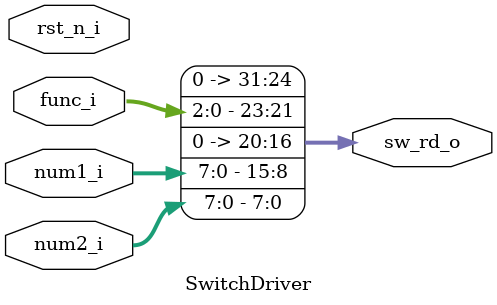
<source format=v>
`timescale 1ns / 1ps


module SwitchDriver(
    input           rst_n_i,
    input [7:0]     num1_i,
    input [7:0]     num2_i,
    input [2:0]     func_i,
    
    // input [31:0]    sw_wd_i,
    // input [31:0]    sw_adr_i,
    // input           sw_we_i,
    output reg [31:0]    sw_rd_o
    );

    always @(*) begin
        // if (rst_n_i)
        //     sw_rd_o = 32'b0;
        // else
            sw_rd_o = {8'b0, func_i, 5'b0, num1_i, num2_i};
    end


endmodule

</source>
